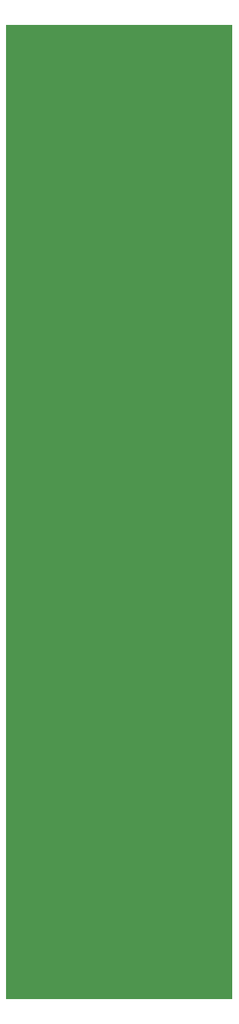
<source format=gbr>
G04 DipTrace 2.4.0.2*
%INBoard.gbr*%
%MOMM*%
%ADD11C,0.152*%
%FSLAX53Y53*%
G04*
G71*
G90*
G75*
G01*
%LNBoardPoly*%
%LPD*%
G36*
X25400Y0D2*
D11*
Y109220D1*
X0D1*
Y0D1*
X25400D1*
G37*
M02*

</source>
